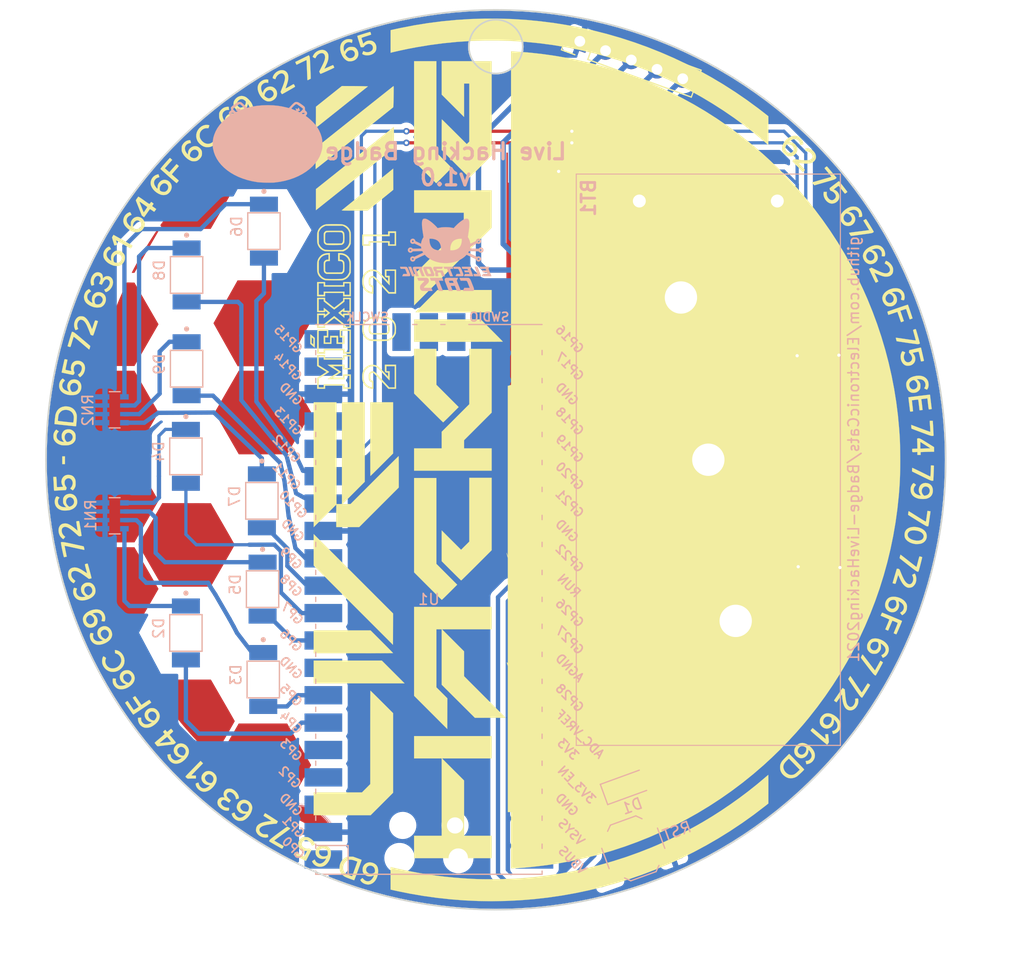
<source format=kicad_pcb>
(kicad_pcb (version 20221018) (generator pcbnew)
  (title_block (title "Live Hacking badge") (date "2021-08-14") (rev "v1.0") (company "Electronic Cats") (comment 4 "Eduardo Contreras"))
  (layers (0 "F.Cu" signal "Top") (31 "B.Cu" signal "Bottom") (34 "B.Paste" user) (35 "F.Paste" user) (36 "B.SilkS" user "B.Silkscreen") (37 "F.SilkS" user "F.Silkscreen") (38 "B.Mask" user) (39 "F.Mask" user) (44 "Edge.Cuts" user))
  (net 0 "")
  (net 1 "+BATT")
  (net 2 "Net-(D1-Pad1)")
  (net 3 "GND")
  (net 4 "/LED1")
  (net 5 "Net-(D2-Pad1)")
  (net 6 "/LED2")
  (net 7 "Net-(D3-Pad1)")
  (net 8 "/LED4")
  (net 9 "Net-(D4-Pad1)")
  (net 10 "/LED3")
  (net 11 "Net-(D5-Pad1)")
  (net 12 "/LED8")
  (net 13 "Net-(D6-Pad1)")
  (net 14 "/LED5")
  (net 15 "Net-(D7-Pad1)")
  (net 16 "/LED7")
  (net 17 "Net-(D8-Pad1)")
  (net 18 "/LED6")
  (net 19 "Net-(D9-Pad1)")
  (net 20 "+3V3")
  (net 21 "/ADC0")
  (net 22 "/GPIO19")
  (net 23 "/GPIO18")
  (net 24 "/RUN_RESET")
  (net 25 "/BTN2")
  (net 26 "/BTN1")
  (net 27 "Net-(U1-Pad1)")
  (net 28 "Net-(U1-Pad3)")
  (net 29 "Net-(U1-Pad4)")
  (net 30 "Net-(U1-Pad5)")
  (net 31 "Net-(U1-Pad19)")
  (net 32 "Net-(U1-Pad20)")
  (net 33 "Net-(U1-Pad40)")
  (net 34 "Net-(U1-Pad37)")
  (net 35 "Net-(U1-Pad35)")
  (net 36 "Net-(U1-Pad34)")
  (net 37 "Net-(U1-Pad33)")
  (net 38 "Net-(U1-Pad32)")
  (net 39 "Net-(U1-Pad29)")
  (net 40 "Net-(U1-Pad27)")
  (net 41 "Net-(U1-Pad26)")
  (net 42 "Net-(U1-Pad22)")
  (net 43 "Net-(U1-Pad21)")
  (net 44 "Net-(U1-Pad41)")
  (net 45 "Net-(U1-Pad42)")
  (net 46 "Net-(U1-Pad43)")
  (footprint "Button_Switch_SMD:SW_SPST_TL3342" (layer "F.Cu") (at 183.5 67.3335 90)
    (fp_text reference "SW2")
    (fp_text value "SW_Push")
  )
  (footprint "ML_LiveHacking_MLM" (layer "F.Cu") (at 153.0675 82.002)
    (fp_text reference "Ref**" hide)
    (fp_text value "Val**" hide)
  )
  (footprint "Connector_PinHeader_2.54mm:PinHeader_1x05_P2.54mm_Vertical" (layer "F.Cu") (at 161.29 43.18 70)
    (fp_text reference "J1")
    (fp_text value "Conn_01x05")
  )
  (footprint "Button_Switch_SMD:SW_SPST_TL3342" (layer "F.Cu") (at 183.5 96.6705 90)
    (fp_text reference "SW3")
    (fp_text value "SW_Push")
  )
  (footprint "Aesthetics:electronic_cats_logo_8x6" (layer "B.Cu") (at 148.844 62.992 180)
    (fp_text reference "G***" hide)
    (fp_text value "LOGO" hide)
  )
  (footprint "Badge-LiveHacking:LYT77K-K2M1-NoHole" (layer "B.Cu") (at 124.7465 98.0675 -90)
    (fp_text reference "D2")
    (fp_text value "LED")
  )
  (footprint "Badge-LiveHacking:LYT77K-K2M1-NoHole" (layer "B.Cu") (at 131.922 102.3855 -90)
    (fp_text reference "D3")
    (fp_text value "LED")
  )
  (footprint "Badge-LiveHacking:LYT77K-K2M1-NoHole" (layer "B.Cu") (at 131.9855 60.793 -90)
    (fp_text reference "D6")
    (fp_text value "LED")
  )
  (footprint "Badge-LiveHacking:LYT77K-K2M1-NoHole" (layer "B.Cu") (at 131.795 85.812 -90)
    (fp_text reference "D7")
    (fp_text value "LED")
  )
  (footprint "Badge-LiveHacking:LYT77K-K2M1-NoHole" (layer "B.Cu") (at 124.81 64.857 -90)
    (fp_text reference "D8")
    (fp_text value "LED")
  )
  (footprint "Badge-LiveHacking:LYT77K-K2M1-NoHole" (layer "B.Cu") (at 124.81 73.5565 -90)
    (fp_text reference "D9")
    (fp_text value "LED")
  )
  (footprint "Button_Switch_SMD:SW_SPST_TL3342" (layer "B.Cu") (at 166.25 118.05 -160)
    (fp_text reference "SW1")
    (fp_text value "RST")
  )
  (footprint "Resistor_SMD:R_Array_Convex_4x0603" (layer "B.Cu") (at 118.1425 87.2)
    (fp_text reference "RN1")
    (fp_text value "R_Pack04")
  )
  (footprint "Resistor_SMD:R_Array_Convex_4x0603" (layer "B.Cu") (at 118.1425 77.3665)
    (fp_text reference "RN2")
    (fp_text value "R_Pack04")
  )
  (footprint "Diode_SMD:D_SOD-123F" (layer "B.Cu") (at 165.6 112.3 20)
    (fp_text reference "D1")
    (fp_text value "MBR120")
  )
  (footprint "Badge-LiveHacking:LYT77K-K2M1-NoHole" (layer "B.Cu") (at 124.7465 81.6845 -90)
    (fp_text reference "D4")
    (fp_text value "LED")
  )
  (footprint "Badge-LiveHacking:12BH423GR" (layer "B.Cu") (at 179.6105 57.999 90)
    (fp_text reference "BT1")
    (fp_text value "Battery_Cell" hide)
  )
  (footprint "Badge-LiveHacking:logoMeli" (layer "B.Cu") (at 132.334 52.578 180)
    (fp_text reference "Ref**" hide)
    (fp_text value "Val**" hide)
  )
  (footprint "Badge-LiveHacking:RPi_Pico_SMD_TH" (layer "B.Cu") (at 147.289 94.956)
    (fp_text reference "U1")
    (fp_text value "Pico")
  )
  (footprint "Badge-LiveHacking:LYT77K-K2M1-NoHole" (layer "B.Cu") (at 131.8585 94.0035 -90)
    (fp_text reference "D5")
    (fp_text value "LED")
  )
  (gr_circle (center 153.498133 43.675) (end 155.998133 43.675) (stroke (width 0.15)) (fill none) (layer "Edge.Cuts"))
  (gr_circle (center 153.498133 82.002) (end 195.154133 84.542) (stroke (width 0.15)) (fill none) (layer "Edge.Cuts"))
  (gr_text "Live Hacking Badge\nv1.0" (at 148.844 54.61) (layer "B.SilkS") (effects (font (size 1.5 1.5) (thickness 0.3)) (justify mirror)))
  (gr_text "github.com/ElectronicCats/Badge-LiveHacking2021" (at 186.69 81.026 90) (layer "B.SilkS") (effects (font (size 1 1)) (justify mirror)))
  (segment (start 166.8105 111.716102) (end 166.91557 111.821172) (width 0.5) (layer "B.Cu") (net 1))
  (segment (start 166.8105 57.999) (end 166.8105 111.716102) (width 0.5) (layer "B.Cu") (net 1))
  (segment (start 156.179 116.546) (end 158.504 116.546) (width 0.4) (layer "B.Cu") (net 2))
  (segment (start 161.9 113.9) (end 159.85 116.55) (width 0.5) (layer "B.Cu") (net 2))
  (segment (start 164.28443 112.778828) (end 161.9 113.9) (width 0.5) (layer "B.Cu") (net 2))
  (segment (start 159.85 116.55) (end 156.179 116.546) (width 0.5) (layer "B.Cu") (net 2))
  (segment (start 185.4 70.4835) (end 185.4 72.225) (width 0.3) (layer "F.Cu") (net 3))
  (segment (start 185.4 93.5205) (end 185.4 92.025) (width 0.3) (layer "F.Cu") (net 3))
  (segment (start 185.4 72.225) (end 185.325 72.3) (width 0.3) (layer "F.Cu") (net 3))
  (segment (start 185.4 99.8205) (end 185.4 93.5205) (width 0.3) (layer "F.Cu") (net 3))
  (segment (start 185.4 92.025) (end 185.425 92) (width 0.3) (layer "F.Cu") (net 3))
  (segment (start 185.4 70.4835) (end 185.4 64.1835) (width 0.3) (layer "F.Cu") (net 3))
  (via (at 185.325 72.3) (size 0.6) (drill 0.3) (layers "F.Cu" "B.Cu") (net 3))
  (via (at 185.425 92) (size 0.6) (drill 0.3) (layers "F.Cu" "B.Cu") (net 3))
  (segment (start 118.1 79.525) (end 118.9 80.325) (width 0.5) (layer "B.Cu") (net 3))
  (segment (start 117.2425 78.5665) (end 117.2425 79.0425) (width 0.5) (layer "B.Cu") (net 3))
  (segment (start 117.725 79.525) (end 118.1 79.525) (width 0.5) (layer "B.Cu") (net 3))
  (segment (start 117.2425 79.0425) (end 117.725 79.525) (width 0.5) (layer "B.Cu") (net 3))
  (segment (start 134.462 107.402) (end 125.953 107.402) (width 0.4) (layer "B.Cu") (net 4))
  (segment (start 135.478 106.386) (end 134.462 107.402) (width 0.4) (layer "B.Cu") (net 4))
  (segment (start 125.953 107.402) (end 124.7465 106.1955) (width 0.4) (layer "B.Cu") (net 4))
  (segment (start 138.399 106.386) (end 135.478 106.386) (width 0.4) (layer "B.Cu") (net 4))
  (segment (start 124.7465 106.1955) (end 124.7465 100.5675) (width 0.4) (layer "B.Cu") (net 4))
  (segment (start 119.0425 95.0925) (end 119.5175 95.5675) (width 0.4) (layer "B.Cu") (net 5))
  (segment (start 119.0425 88.4) (end 119.0425 95.0925) (width 0.4) (layer "B.Cu") (net 5))
  (segment (start 119.5175 95.5675) (end 124.7465 95.5675) (width 0.4) (layer "B.Cu") (net 5))
  (segment (start 138.399 103.846) (end 135.1605 103.846) (width 0.4) (layer "B.Cu") (net 6))
  (segment (start 135.1605 103.846) (end 134.121 104.8855) (width 0.4) (layer "B.Cu") (net 6))
  (segment (start 134.121 104.8855) (end 131.922 104.8855) (width 0.4) (layer "B.Cu") (net 6))
  (segment (start 128.79 96.77) (end 127.47 94.49) (width 0.4) (layer "B.Cu") (net 7))
  (segment (start 129.49 98.07) (end 129.17 97.46) (width 0.4) (layer "B.Cu") (net 7))
  (segment (start 130.8825 99.8855) (end 129.49 98.07) (width 0.4) (layer "B.Cu") (net 7))
  (segment (start 131.922 99.8855) (end 130.8825 99.8855) (width 0.4) (layer "B.Cu") (net 7))
  (segment (start 120.570686 92.920686) (end 120.570686 88.020686) (width 0.4) (layer "B.Cu") (net 7))
  (segment (start 127.06 93.86) (end 126.817566 93.417566) (width 0.4) (layer "B.Cu") (net 7))
  (segment (start 121.067566 93.417566) (end 120.570686 92.920686) (width 0.4) (layer "B.Cu") (net 7))
  (segment (start 126.817566 93.417566) (end 121.067566 93.417566) (width 0.4) (layer "B.Cu") (net 7))
  (segment (start 129.17 97.46) (end 128.79 96.77) (width 0.4) (layer "B.Cu") (net 7))
  (segment (start 127.47 94.49) (end 127.06 93.86) (width 0.4) (layer "B.Cu") (net 7))
  (segment (start 119.0425 87.6) (end 120.15 87.6) (width 0.4) (layer "B.Cu") (net 7))
  (segment (start 120.15 87.6) (end 120.570686 88.020686) (width 0.4) (layer "B.Cu") (net 7))
  (segment (start 135.478 96.226) (end 133.558501 94.306501) (width 0.4) (layer "B.Cu") (net 8))
  (segment (start 130.614944 89.885056) (end 125.710056 89.885056) (width 0.3) (layer "B.Cu") (net 8))
  (segment (start 138.399 96.226) (end 135.478 96.226) (width 0.4) (layer "B.Cu") (net 8))
  (segment (start 133.558501 90.483498) (end 132.951003 89.876) (width 0.4) (layer "B.Cu") (net 8))
  (segment (start 133.558501 94.306501) (end 133.558501 90.483498) (width 0.4) (layer "B.Cu") (net 8))
  (segment (start 124.7465 88.9215) (end 124.7465 84.1845) (width 0.3) (layer "B.Cu") (net 8))
  (segment (start 125.710056 89.885056) (end 124.7465 88.9215) (width 0.3) (layer "B.Cu") (net 8))
  (segment (start 132.951003 89.876) (end 130.614944 89.885056) (width 0.4) (layer "B.Cu") (net 8))
  (segment (start 122.2465 79.7785) (end 122.2465 81.6845) (width 0.3) (layer "B.Cu") (net 9))
  (segment (start 122.2465 83.5285) (end 122.2465 85.5035) (width 0.4) (layer "B.Cu") (net 9))
  (segment (start 122.2465 81.6845) (end 122.2465 83.5285) (width 0.4) (layer "B.Cu") (net 9))
  (segment (start 124.7465 79.1845) (end 122.8405 79.1845) (width 0.3) (layer "B.Cu") (net 9))
  (segment (start 122.8405 79.1845) (end 122.2465 79.7785) (width 0.3) (layer "B.Cu") (net 9))
  (segment (start 121.75 86) (end 119.0425 86) (width 0.4) (layer "B.Cu") (net 9))
  (segment (start 122.2465 85.5035) (end 121.75 86) (width 0.4) (layer "B.Cu") (net 9))
  (segment (start 138.399 98.766) (end 134.716 98.766) (width 0.4) (layer "B.Cu") (net 10))
  (segment (start 132.4535 96.5035) (end 131.8585 96.5035) (width 0.4) (layer "B.Cu") (net 10))
  (segment (start 134.716 98.766) (end 132.4535 96.5035) (width 0.4) (layer "B.Cu") (net 10))
  (segment (start 121.941239 90.641239) (end 122.8035 91.5035) (width 0.4) (layer "B.Cu") (net 11))
  (segment (start 121.35 86.8) (end 121.941239 87.391239) (width 0.4) (layer "B.Cu") (net 11))
  (segment (start 119.0425 86.8) (end 121.35 86.8) (width 0.4) (layer "B.Cu") (net 11))
  (segment (start 122.8035 91.5035) (end 131.8585 91.5035) (width 0.4) (layer "B.Cu") (net 11))
  (segment (start 121.941239 87.391239) (end 121.941239 90.641239) (width 0.4) (layer "B.Cu") (net 11))
  (segment (start 131.9855 66.5645) (end 131.9855 63.293) (width 0.4) (layer "B.Cu") (net 12))
  (segment (start 131.283539 76.033539) (end 131.283539 67.266461) (width 0.4) (layer "B.Cu") (net 12))
  (segment (start 135.0335 81.8115) (end 134.695023 81.282523) (width 0.4) (layer "B.Cu") (net 12))
  (segment (start 138.399 83.526) (end 135.605 83.018) (width 0.4) (layer "B.Cu") (net 12))
  (segment (start 131.283539 67.266461) (end 131.9855 66.5645) (width 0.4) (layer "B.Cu") (net 12))
  (segment (start 135.605 83.018) (end 135.0335 81.8115) (width 0.4) (layer "B.Cu") (net 12))
  (segment (start 134.695023 81.282523) (end 131.287 76.6045) (width 0.4) (layer "B.Cu") (net 12))
  (segment (start 131.287 76.6045) (end 131.283539 76.033539) (width 0.4) (layer "B.Cu") (net 12))
  (segment (start 119.0425 62.1825) (end 120.625 60.6) (width 0.4) (layer "B.Cu") (net 13))
  (segment (start 126.111 60.6) (end 128.418 58.293) (width 0.4) (layer "B.Cu") (net 13))
  (segment (start 128.418 58.293) (end 131.9855 58.293) (width 0.4) (layer "B.Cu") (net 13))
  (segment (start 120.625 60.6) (end 126.111 60.6) (width 0.4) (layer "B.Cu") (net 13))
  (segment (start 119.0425 76.1665) (end 119.0425 62.1825) (width 0.4) (layer "B.Cu") (net 13))
  (segment (start 134.158512 90.234967) (end 132.235545 88.312) (width 0.4) (layer "B.Cu") (net 14))
  (segment (start 138.399 93.686) (end 135.986 93.686) (width 0.4) (layer "B.Cu") (net 14))
  (segment (start 135.986 93.686) (end 134.158512 91.858512) (width 0.4) (layer "B.Cu") (net 14))
  (segment (start 134.158512 91.858512) (end 134.158512 90.234967) (width 0.4) (layer "B.Cu") (net 14))
  (segment (start 132.235545 88.312) (end 131.795 88.312) (width 0.4) (layer "B.Cu") (net 14))
  (segment (start 131.795 83.312) (end 131.795 81.875) (width 0.4) (layer "B.Cu") (net 15))
  (segment (start 127.35 77.62) (end 122.175 77.65) (width 0.4) (layer "B.Cu") (net 15))
  (segment (start 122.175 77.65) (end 120.8795 78.5665) (width 0.4) (layer "B.Cu") (net 15))
  (segment (start 131.795 81.875) (end 127.35 77.62) (width 0.4) (layer "B.Cu") (net 15))
  (segment (start 120.8795 78.5665) (end 119.0425 78.5665) (width 0.4) (layer "B.Cu") (net 15))
  (segment (start 129.89 76.4775) (end 134.081 81.621) (width 0.4) (layer "B.Cu") (net 16))
  (segment (start 134.081 81.621) (end 134.97 85.1135) (width 0.4) (layer "B.Cu") (net 16))
  (segment (start 129.89 70.46) (end 129.89 67.665) (width 0.4) (layer "B.Cu") (net 16))
  (segment (start 136.718998 86.066) (end 138.399 86.066) (width 0.4) (layer "B.Cu") (net 16))
  (segment (start 129.89 67.665) (end 129.582 67.357) (width 0.4) (layer "B.Cu") (net 16))
  (segment (start 129.582 67.357) (end 124.81 67.357) (width 0.4) (layer "B.Cu") (net 16))
  (segment (start 134.97 85.1135) (end 136.718998 86.066) (width 0.4) (layer "B.Cu") (net 16))
  (segment (start 129.89 70.46) (end 129.89 76.4775) (width 0.4) (layer "B.Cu") (net 16))
  (segment (start 120.4 63.15) (end 120.4 66.3) (width 0.4) (layer "B.Cu") (net 17))
  (segment (start 120.4 76.56) (end 120.4 66.3) (width 0.4) (layer "B.Cu") (net 17))
  (segment (start 119.0425 76.9665) (end 119.9935 76.9665) (width 0.4) (layer "B.Cu") (net 17))
  (segment (start 124.81 62.357) (end 121.193 62.357) (width 0.4) (layer "B.Cu") (net 17))
  (segment (start 121.193 62.357) (end 120.4 63.15) (width 0.4) (layer "B.Cu") (net 17))
  (segment (start 119.9935 76.9665) (end 120.4 76.56) (width 0.4) (layer "B.Cu") (net 17))
  (segment (start 127.259502 76.0565) (end 127.576501 76.373499) (width 0.3) (layer "B.Cu") (net 18))
  (segment (start 134.9065 90.1935) (end 134.2715 87.209) (width 0.4) (layer "B.Cu") (net 18))
  (segment (start 124.81 76.0565) (end 127.259502 76.0565) (width 0.4) (layer "B.Cu") (net 18))
  (segment (start 138.399 91.146) (end 135.859 91.146) (width 0.4) (layer "B.Cu") (net 18))
  (segment (start 127.259502 76.0565) (end 127.714001 76.510999) (width 0.4) (layer "B.Cu") (net 18))
  (segment (start 135.859 91.146) (end 134.9065 90.1935) (width 0.4) (layer "B.Cu") (net 18))
  (segment (start 127.714001 76.510999) (end 127.576501 76.373499) (width 0.4) (layer "B.Cu") (net 18))
  (segment (start 133.8905 83.9705) (end 133.495001 82.291998) (width 0.4) (layer "B.Cu") (net 18))
  (segment (start 133.495001 82.291998) (end 127.714001 76.510999) (width 0.4) (layer "B.Cu") (net 18))
  (segment (start 134.2715 87.209) (end 133.8905 83.9705) (width 0.4) (layer "B.Cu") (net 18))
  (segment (start 124.81 71.0565) (end 123.2185 71.0565) (width 0.4) (layer "B.Cu") (net 19))
  (segment (start 120.4135 77.7665) (end 119.0425 77.7665) (width 0.4) (layer "B.Cu") (net 19))
  (segment (start 123.2185 71.0565) (end 122.31 71.965) (width 0.4) (layer "B.Cu") (net 19))
  (segment (start 122.31 75.87) (end 120.4135 77.7665) (width 0.4) (layer "B.Cu") (net 19))
  (segment (start 122.31 71.965) (end 122.31 75.87) (width 0.4) (layer "B.Cu") (net 19))
  (segment (start 124.81 71.0565) (end 123.1435 71.0565) (width 0.3) (layer "B.Cu") (net 19))
  (segment (start 164.8 107.9) (end 163.774 108.926) (width 0.5) (layer "B.Cu") (net 20))
  (segment (start 159.3 60.45) (end 160.1 60.45) (width 0.5) (layer "B.Cu") (net 20))
  (segment (start 158.24 60.45) (end 157.226 59.436) (width 0.5) (layer "B.Cu") (net 20))
  (segment (start 163.774 108.926) (end 156.179 108.926) (width 0.5) (layer "B.Cu") (net 20))
  (segment (start 157.226 59.436) (end 157.226 52.07) (width 0.5) (layer "B.Cu") (net 20))
  (segment (start 160.1 60.45) (end 162.5 60.45) (width 0.5) (layer "B.Cu") (net 20))
  (segment (start 167.962202 49.53) (end 160.02 49.53) (width 0.5) (layer "B.Cu") (net 20))
  (segment (start 159.3 60.45) (end 158.24 60.45) (width 0.5) (layer "B.Cu") (net 20))
  (segment (start 159.766 49.53) (end 157.226 52.07) (width 0.5) (layer "B.Cu") (net 20))
  (segment (start 170.837277 46.654925) (end 167.962202 49.53) (width 0.5) (layer "B.Cu") (net 20))
  (segment (start 164.8 62.75) (end 164.8 107.9) (width 0.5) (layer "B.Cu") (net 20))
  (segment (start 162.5 60.45) (end 164.8 62.75) (width 0.5) (layer "B.Cu") (net 20))
  (segment (start 160.02 49.53) (end 159.766 49.53) (width 0.5) (layer "B.Cu") (net 20))
  (segment (start 163.4 63.25) (end 163.4 93.9) (width 0.5) (layer "B.Cu") (net 21))
  (segment (start 161.074 96.226) (end 156.179 96.226) (width 0.5) (layer "B.Cu") (net 21))
  (segment (start 163.4 93.9) (end 161.074 96.226) (width 0.5) (layer "B.Cu") (net 21))
  (segment (start 154.94 52.832) (end 159.766 48.006) (width 0.5) (layer "B.Cu") (net 21))
  (segment (start 155.272 61.8) (end 154.94 61.468) (width 0.5) (layer "B.Cu") (net 21))
  (segment (start 166.230651 48.006) (end 168.450458 45.786193) (width 0.5) (layer "B.Cu") (net 21))
  (segment (start 159.766 48.006) (end 166.230651 48.006) (width 0.5) (layer "B.Cu") (net 21))
  (segment (start 156.45 61.8) (end 155.272 61.8) (width 0.5) (layer "B.Cu") (net 21))
  (segment (start 156.45 61.8) (end 161.95 61.8) (width 0.5) (layer "B.Cu") (net 21))
  (segment (start 154.94 61.468) (end 154.94 52.832) (width 0.5) (layer "B.Cu") (net 21))
  (segment (start 161.95 61.8) (end 163.4 63.25) (width 0.5) (layer "B.Cu") (net 21))
  (segment (start 162.05 79.65) (end 160.714 80.986) (width 0.5) (layer "B.Cu") (net 22))
  (segment (start 154.178 52.578) (end 160.274 46.482) (width 0.5) (layer "B.Cu") (net 22))
  (segment (start 160.45 62.9) (end 155.102 62.9) (width 0.5) (layer "B.Cu") (net 22))
  (segment (start 162.05 64.5) (end 162.05 79.65) (width 0.5) (layer "B.Cu") (net 22))
  (segment (start 160.714 80.986) (end 156.179 80.986) (width 0.5) (layer "B.Cu") (net 22))
  (segment (start 164.499101 46.482) (end 166.063639 44.917462) (width 0.5) (layer "B.Cu") (net 22))
  (segment (start 155.102 62.9) (end 154.178 61.976) (width 0.5) (layer "B.Cu") (net 22))
  (segment (start 154.178 61.976) (end 154.178 52.578) (width 0.5) (layer "B.Cu") (net 22))
  (segment (start 160.274 46.482) (end 164.499101 46.482) (width 0.5) (layer "B.Cu") (net 22))
  (segment (start 160.45 62.9) (end 162.05 64.5) (width 0.5) (layer "B.Cu") (net 22))
  (segment (start 160.2 64.4) (end 159.4 64.4) (width 0.5) (layer "B.Cu") (net 23))
  (segment (start 152.538 64.4) (end 151.892 63.754) (width 0.5) (layer "B.Cu") (net 23))
  (segment (start 156.179 78.446) (end 159.654 78.446) (width 0.5) (layer "B.Cu") (net 23))
  (segment (start 158.75 45.466) (end 162.25955 45.466) (width 0.5) (layer "B.Cu") (net 23))
  (segment (start 160.85 65.05) (end 160.2 64.4) (width 0.5) (layer "B.Cu") (net 23))
  (segment (start 159.4 64.4) (end 152.538 64.4) (width 0.5) (layer "B.Cu") (net 23))
  (segment (start 160.85 77.25) (end 160.85 65.05) (width 0.5) (layer "B.Cu") (net 23))
  (segment (start 151.892 52.324) (end 158.75 45.466) (width 0.5) (layer "B.Cu") (net 23))
  (segment (start 151.892 63.754) (end 151.892 52.324) (width 0.5) (layer "B.Cu") (net 23))
  (segment (start 162.25955 45.466) (end 163.676819 44.048731) (width 0.5) (layer "B.Cu") (net 23))
  (segment (start 159.654 78.446) (end 160.85 77.25) (width 0.5) (layer "B.Cu") (net 23))
  (segment (start 153.7 120.4) (end 153.7 94.75) (width 0.4) (layer "B.Cu") (net 24))
  (segment (start 162.64013 117.341947) (end 165.65 116.25) (width 0.4) (layer "B.Cu") (net 24))
  (segment (start 154.55 121.25) (end 153.7 120.4) (width 0.4) (layer "B.Cu") (net 24))
  (segment (start 153.7 94.75) (end 154.764 93.686) (width 0.4) (layer "B.Cu") (net 24))
  (segment (start 160.1 121.25) (end 154.55 121.25) (width 0.4) (layer "B.Cu") (net 24))
  (segment (start 165.65 116.25) (end 168.560193 115.187221) (width 0.4) (layer "B.Cu") (net 24))
  (segment (start 162.64013 117.341947) (end 162.64013 118.70987) (width 0.4) (layer "B.Cu") (net 24))
  (segment (start 162.64013 118.70987) (end 160.1 121.25) (width 0.4) (layer "B.Cu") (net 24))
  (segment (start 154.764 93.686) (end 156.179 93.686) (width 0.4) (layer "B.Cu") (net 24))
  (segment (start 160.55 52.6) (end 145.2 52.6) (width 0.3) (layer "F.Cu") (net 25))
  (segment (start 181.6 64.1835) (end 181.6 70.4835) (width 0.3) (layer "F.Cu") (net 25))
  (segment (start 181.6 72.2) (end 181.45 72.35) (width 0.3) (layer "F.Cu") (net 25))
  (segment (start 181.6 70.4835) (end 181.6 72.2) (width 0.3) (layer "F.Cu") (net 25))
  (via (at 181.45 72.35) (size 0.6) (drill 0.3) (layers "F.Cu" "B.Cu") (net 25))
  (via (at 160.55 52.6) (size 0.6) (drill 0.3) (layers "F.Cu" "B.Cu") (net 25))
  (via (at 145.2 52.6) (size 0.6) (drill 0.3) (layers "F.Cu" "B.Cu") (net 25))
  (via (at 159.325 55.25) (size 0.6) (drill 0.3) (layers "F.Cu" "B.Cu") (net 25))
  (segment (start 159.35 55.225) (end 159.325 55.25) (width 0.3) (layer "B.Cu") (net 25))
  (segment (start 145.2 52.6) (end 143.1 52.6) (width 0.3) (layer "B.Cu") (net 25))
  (segment (start 181.45 56.45) (end 180.225 55.225) (width 0.3) (layer "B.Cu") (net 25))
  (segment (start 181.45 57.675) (end 181.45 56.45) (width 0.3) (layer "B.Cu") (net 25))
  (segment (start 143.1 52.6) (end 142.275 53.425) (width 0.3) (layer "B.Cu") (net 25))
  (segment (start 180.225 55.225) (end 160.3 55.225) (width 0.3) (layer "B.Cu") (net 25))
  (segment (start 142.275 79.825) (end 141.114 80.986) (width 0.3) (layer "B.Cu") (net 25))
  (segment (start 181.45 53.925) (end 180.125 52.6) (width 0.3) (layer "B.Cu") (net 25))
  (segment (start 160.3 55.225) (end 159.35 55.225) (width 0.3) (layer "B.Cu") (net 25))
  (segment (start 141.114 80.986) (end 138.399 80.986) (width 0.3) (layer "B.Cu") (net 25))
  (segment (start 180.125 52.6) (end 160.55 52.6) (width 0.3) (layer "B.Cu") (net 25))
  (segment (start 142.275 53.425) (end 142.275 79.825) (width 0.3) (layer "B.Cu") (net 25))
  (segment (start 181.45 57.675) (end 181.45 53.925) (width 0.3) (layer "B.Cu") (net 25))
  (segment (start 181.45 72.35) (end 181.45 57.675) (width 0.3) (layer "B.Cu") (net 25))
  (segment (start 181.6 93.5205) (end 181.6 99.8205) (width 0.3) (layer "F.Cu") (net 26))
  (segment (start 160.55 51.525) (end 145.2 51.525) (width 0.3) (layer "F.Cu") (net 26))
  (segment (start 181.6 93.5205) (end 181.6 91.975) (width 0.3) (layer "F.Cu") (net 26))
  (segment (start 181.6 91.975) (end 181.55 91.925) (width 0.3) (layer "F.Cu") (net 26))
  (via (at 145.2 51.525) (size 0.6) (drill 0.3) (layers "F.Cu" "B.Cu") (net 26))
  (via (at 181.55 91.925) (size 0.6) (drill 0.3) (layers "F.Cu" "B.Cu") (net 26))
  (via (at 160.55 51.525) (size 0.6) (drill 0.3) (layers "F.Cu" "B.Cu") (net 26))
  (segment (start 182.25 53.55) (end 180.225 51.525) (width 0.3) (layer "B.Cu") (net 26))
  (segment (start 180.225 51.525) (end 160.55 51.525) (width 0.3) (layer "B.Cu") (net 26))
  (segment (start 182.25 57.7) (end 182.25 53.55) (width 0.3) (layer "B.Cu") (net 26))
  (segment (start 138.399 78.446) (end 140.779 78.446) (width 0.3) (layer "B.Cu") (net 26))
  (segment (start 141.475 51.525) (end 145.2 51.525) (width 0.3) (layer "B.Cu") (net 26))
  (segment (start 140.779 78.446) (end 141.025 78.2) (width 0.3) (layer "B.Cu") (net 26))
  (segment (start 181.55 75.775) (end 182.25 75.075) (width 0.3) (layer "B.Cu") (net 26))
  (segment (start 141.025 51.975) (end 141.475 51.525) (width 0.3) (layer "B.Cu") (net 26))
  (segment (start 141.025 78.2) (end 141.025 51.975) (width 0.3) (layer "B.Cu") (net 26))
  (segment (start 181.55 91.925) (end 181.55 75.775) (width 0.3) (layer "B.Cu") (net 26))
  (segment (start 182.25 75.075) (end 182.25 57.7) (width 0.3) (layer "B.Cu") (net 26))
  (zone (net 3) (net_name "GND") (layer "B.Cu") (connect_pads (clearance 0.508)) (min_thickness 0.254) (fill yes (thermal_gap 0.508) (thermal_bridge_width 0.508))
    (polygon (pts (xy 202.5 39.35) (xy 198.5 129.35) (xy 107.5 129.35) (xy 107.5 39.35)))
  )
  (zone (net 0) (net_name "") (layer "B.Cu") (connect_pads (clearance 0)) (min_thickness 0.254)
    (keepout (tracks allowed) (vias allowed) (pads allowed) (copperpour not_allowed) (footprints allowed))
    (fill (thermal_gap 0.508) (thermal_bridge_width 0.508))
    (polygon (pts (xy 136.398 102.362) (xy 134.366 105.918) (xy 130.302 106.172) (xy 127.508 102.362) (xy 129.794 98.298) (xy 134.366 98.298)))
  )
  (zone (net 0) (net_name "") (layer "B.Cu") (connect_pads (clearance 0)) (min_thickness 0.254)
    (keepout (tracks allowed) (vias allowed) (pads allowed) (copperpour not_allowed) (footprints allowed))
    (fill (thermal_gap 0.508) (thermal_bridge_width 0.508))
    (polygon (pts (xy 129.286 73.66) (xy 127 77.47) (xy 122.682 77.47) (xy 120.396 73.66) (xy 122.682 69.596) (xy 127 69.596)))
  )
  (zone (net 0) (net_name "") (layer "B.Cu") (connect_pads (clearance 0)) (min_thickness 0.254)
    (keepout (tracks allowed) (vias allowed) (pads allowed) (copperpour not_allowed) (footprints allowed))
    (fill (thermal_gap 0.508) (thermal_bridge_width 0.508))
    (polygon (pts (xy 129.286 64.77) (xy 127 68.834) (xy 122.428 68.834) (xy 120.396 65.278) (xy 120.396 64.516) (xy 122.428 61.214) (xy 127 60.96)))
  )
  (zone (net 0) (net_name "") (layer "B.Cu") (connect_pads (clearance 0)) (min_thickness 0.254)
    (keepout (tracks allowed) (vias allowed) (pads allowed) (copperpour not_allowed) (footprints allowed))
    (fill (thermal_gap 0.508) (thermal_bridge_width 0.508))
    (polygon (pts (xy 129.286 98.044) (xy 127 101.854) (xy 122.428 101.854) (xy 120.396 98.044) (xy 122.428 94.234) (xy 127.254 94.234)))
  )
  (zone (net 0) (net_name "") (layer "B.Cu") (connect_pads (clearance 0)) (min_thickness 0.254)
    (keepout (tracks allowed) (vias allowed) (pads allowed) (copperpour not_allowed) (footprints allowed))
    (fill (thermal_gap 0.508) (thermal_bridge_width 0.508))
    (polygon (pts (xy 136.398 60.706) (xy 134.125 64.675) (xy 129.65 64.675) (xy 127.4 60.75) (xy 129.54 56.896) (xy 134.112 56.896)))
  )
)
</source>
